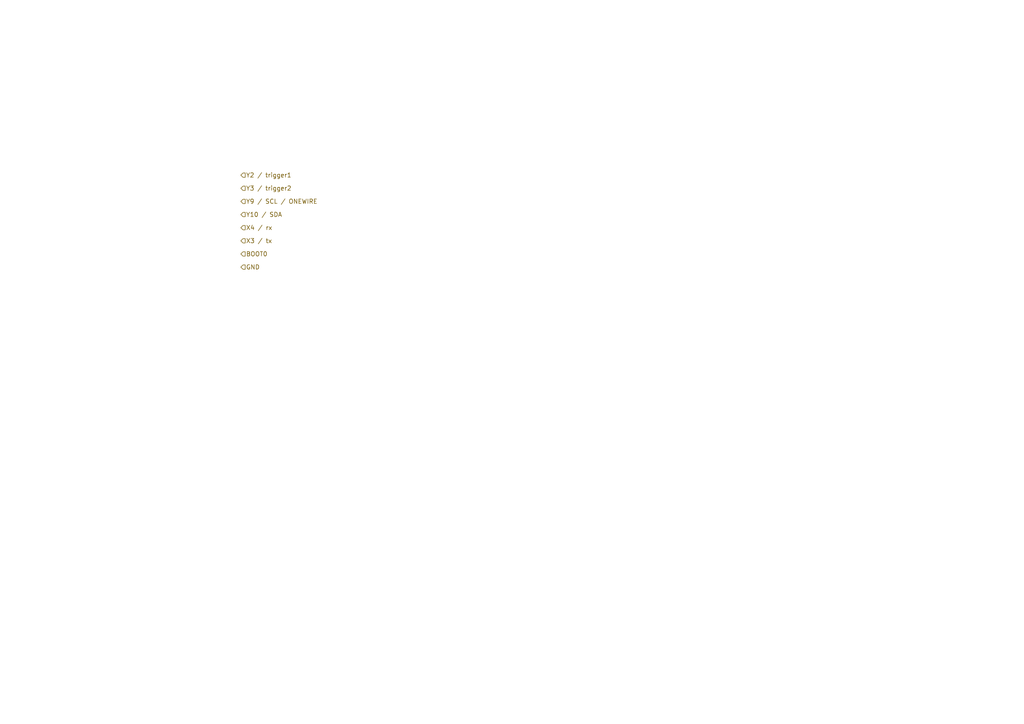
<source format=kicad_sch>
(kicad_sch
	(version 20231120)
	(generator "eeschema")
	(generator_version "8.0")
	(uuid "4d5a7d65-4e40-4fe3-87ea-340eef2af207")
	(paper "A4")
	(title_block
		(date "2024-07-16")
		(company "Hans Märki, Märki Informatik")
		(comment 1 "The MIT License (MIT)")
	)
	(lib_symbols)
	(hierarchical_label "Y10 {slash} SDA"
		(shape input)
		(at 69.85 62.23 0)
		(fields_autoplaced yes)
		(effects
			(font
				(size 1.27 1.27)
			)
			(justify left)
		)
		(uuid "14b2fad2-1700-4420-bfe1-116a0069d933")
	)
	(hierarchical_label "Y2 {slash} trigger1"
		(shape input)
		(at 69.85 50.8 0)
		(fields_autoplaced yes)
		(effects
			(font
				(size 1.27 1.27)
			)
			(justify left)
		)
		(uuid "39b4711b-85ec-45d9-a8c1-b6cc0c65d3bb")
	)
	(hierarchical_label "Y9 {slash} SCL {slash} ONEWIRE"
		(shape input)
		(at 69.85 58.42 0)
		(fields_autoplaced yes)
		(effects
			(font
				(size 1.27 1.27)
			)
			(justify left)
		)
		(uuid "669cd062-eb17-4ed4-981d-d40c52535f65")
	)
	(hierarchical_label "Y3 {slash} trigger2"
		(shape input)
		(at 69.85 54.61 0)
		(fields_autoplaced yes)
		(effects
			(font
				(size 1.27 1.27)
			)
			(justify left)
		)
		(uuid "7efc3186-5c41-46bf-a05d-8a283cd18d15")
	)
	(hierarchical_label "BOOT0"
		(shape input)
		(at 69.85 73.66 0)
		(fields_autoplaced yes)
		(effects
			(font
				(size 1.27 1.27)
			)
			(justify left)
		)
		(uuid "a542c905-abf1-4f07-ac8f-80c94ce1cbb3")
	)
	(hierarchical_label "GND"
		(shape input)
		(at 69.85 77.47 0)
		(fields_autoplaced yes)
		(effects
			(font
				(size 1.27 1.27)
			)
			(justify left)
		)
		(uuid "bae17a63-2f6c-41b6-8fa5-034cb4427b83")
	)
	(hierarchical_label "X3 {slash} tx"
		(shape input)
		(at 69.85 69.85 0)
		(fields_autoplaced yes)
		(effects
			(font
				(size 1.27 1.27)
			)
			(justify left)
		)
		(uuid "c303e097-dc39-4363-a824-881ee374a0d4")
	)
	(hierarchical_label "X4 {slash} rx"
		(shape input)
		(at 69.85 66.04 0)
		(fields_autoplaced yes)
		(effects
			(font
				(size 1.27 1.27)
			)
			(justify left)
		)
		(uuid "e0411eb4-f6ed-4fae-8296-3edc377d2a49")
	)
)

</source>
